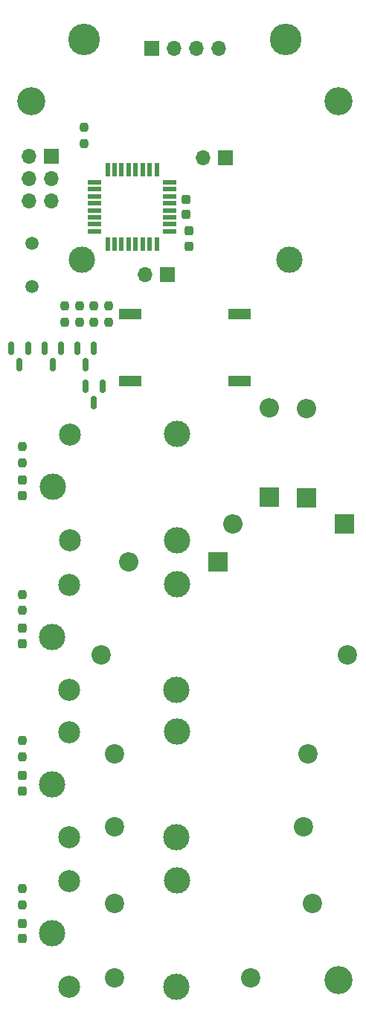
<source format=gbr>
%TF.GenerationSoftware,KiCad,Pcbnew,8.0.8-8.0.8-0~ubuntu24.04.1*%
%TF.CreationDate,2025-03-19T16:12:17+01:00*%
%TF.ProjectId,teaser,74656173-6572-42e6-9b69-6361645f7063,rev?*%
%TF.SameCoordinates,Original*%
%TF.FileFunction,Soldermask,Top*%
%TF.FilePolarity,Negative*%
%FSLAX46Y46*%
G04 Gerber Fmt 4.6, Leading zero omitted, Abs format (unit mm)*
G04 Created by KiCad (PCBNEW 8.0.8-8.0.8-0~ubuntu24.04.1) date 2025-03-19 16:12:17*
%MOMM*%
%LPD*%
G01*
G04 APERTURE LIST*
G04 Aperture macros list*
%AMRoundRect*
0 Rectangle with rounded corners*
0 $1 Rounding radius*
0 $2 $3 $4 $5 $6 $7 $8 $9 X,Y pos of 4 corners*
0 Add a 4 corners polygon primitive as box body*
4,1,4,$2,$3,$4,$5,$6,$7,$8,$9,$2,$3,0*
0 Add four circle primitives for the rounded corners*
1,1,$1+$1,$2,$3*
1,1,$1+$1,$4,$5*
1,1,$1+$1,$6,$7*
1,1,$1+$1,$8,$9*
0 Add four rect primitives between the rounded corners*
20,1,$1+$1,$2,$3,$4,$5,0*
20,1,$1+$1,$4,$5,$6,$7,0*
20,1,$1+$1,$6,$7,$8,$9,0*
20,1,$1+$1,$8,$9,$2,$3,0*%
G04 Aperture macros list end*
%ADD10RoundRect,0.150000X-0.150000X0.587500X-0.150000X-0.587500X0.150000X-0.587500X0.150000X0.587500X0*%
%ADD11R,1.700000X1.700000*%
%ADD12O,1.700000X1.700000*%
%ADD13RoundRect,0.237500X-0.237500X0.300000X-0.237500X-0.300000X0.237500X-0.300000X0.237500X0.300000X0*%
%ADD14RoundRect,0.237500X0.237500X-0.250000X0.237500X0.250000X-0.237500X0.250000X-0.237500X-0.250000X0*%
%ADD15RoundRect,0.237500X-0.237500X0.250000X-0.237500X-0.250000X0.237500X-0.250000X0.237500X0.250000X0*%
%ADD16C,3.600000*%
%ADD17R,1.600000X0.550000*%
%ADD18R,0.550000X1.600000*%
%ADD19C,3.000000*%
%ADD20C,2.500000*%
%ADD21RoundRect,0.237500X0.237500X-0.300000X0.237500X0.300000X-0.237500X0.300000X-0.237500X-0.300000X0*%
%ADD22RoundRect,0.237500X0.237500X-0.287500X0.237500X0.287500X-0.237500X0.287500X-0.237500X-0.287500X0*%
%ADD23C,3.200000*%
%ADD24C,1.500000*%
%ADD25R,2.200000X2.200000*%
%ADD26O,2.200000X2.200000*%
%ADD27R,2.500000X1.200000*%
%ADD28C,2.200000*%
G04 APERTURE END LIST*
D10*
%TO.C,Q3*%
X124650000Y-82600000D03*
X122750000Y-82600000D03*
X123700000Y-84475000D03*
%TD*%
D11*
%TO.C,J4*%
X147140000Y-60900000D03*
D12*
X144600000Y-60900000D03*
%TD*%
D13*
%TO.C,C4*%
X142600000Y-65637500D03*
X142600000Y-67362500D03*
%TD*%
D14*
%TO.C,R10*%
X130480000Y-79625000D03*
X130480000Y-77800000D03*
%TD*%
D15*
%TO.C,R12*%
X131000000Y-57487500D03*
X131000000Y-59312500D03*
%TD*%
D16*
%TO.C,J2*%
X154000000Y-47500000D03*
X131000000Y-47500000D03*
%TD*%
D17*
%TO.C,U3*%
X132250000Y-63700000D03*
X132250000Y-64500000D03*
X132250000Y-65300000D03*
X132250000Y-66100000D03*
X132250000Y-66900000D03*
X132250000Y-67700000D03*
X132250000Y-68500000D03*
X132250000Y-69300000D03*
D18*
X133700000Y-70750000D03*
X134500000Y-70750000D03*
X135300000Y-70750000D03*
X136100000Y-70750000D03*
X136900000Y-70750000D03*
X137700000Y-70750000D03*
X138500000Y-70750000D03*
X139300000Y-70750000D03*
D17*
X140750000Y-69300000D03*
X140750000Y-68500000D03*
X140750000Y-67700000D03*
X140750000Y-66900000D03*
X140750000Y-66100000D03*
X140750000Y-65300000D03*
X140750000Y-64500000D03*
X140750000Y-63700000D03*
D18*
X139300000Y-62250000D03*
X138500000Y-62250000D03*
X137700000Y-62250000D03*
X136900000Y-62250000D03*
X136100000Y-62250000D03*
X135300000Y-62250000D03*
X134500000Y-62250000D03*
X133700000Y-62250000D03*
%TD*%
D19*
%TO.C,K1*%
X127450000Y-98350000D03*
D20*
X129400000Y-104400000D03*
D19*
X141600000Y-104400000D03*
X141650000Y-92350000D03*
D20*
X129400000Y-92400000D03*
%TD*%
D14*
%TO.C,R8*%
X133800000Y-79612500D03*
X133800000Y-77787500D03*
%TD*%
D19*
%TO.C,K2*%
X127400000Y-132200000D03*
D20*
X129350000Y-138250000D03*
D19*
X141550000Y-138250000D03*
X141600000Y-126200000D03*
D20*
X129350000Y-126250000D03*
%TD*%
D15*
%TO.C,R17*%
X124030000Y-93775000D03*
X124030000Y-95600000D03*
%TD*%
D21*
%TO.C,C5*%
X143000000Y-69237500D03*
X143000000Y-70962500D03*
%TD*%
D22*
%TO.C,D14*%
X123980000Y-116187500D03*
X123980000Y-114437500D03*
%TD*%
D10*
%TO.C,Q1*%
X132150000Y-82600000D03*
X130250000Y-82600000D03*
X131200000Y-84475000D03*
%TD*%
D19*
%TO.C,K4*%
X127400000Y-115450000D03*
D20*
X129350000Y-121500000D03*
D19*
X141550000Y-121500000D03*
X141600000Y-109450000D03*
D20*
X129350000Y-109500000D03*
%TD*%
D23*
%TO.C,H2*%
X160000000Y-54500000D03*
%TD*%
D10*
%TO.C,Q4*%
X133100000Y-86900000D03*
X131200000Y-86900000D03*
X132150000Y-88775000D03*
%TD*%
D11*
%TO.C,SW1*%
X140550000Y-74200000D03*
D12*
X138010000Y-74200000D03*
%TD*%
D19*
%TO.C,K3*%
X127400000Y-149150000D03*
D20*
X129350000Y-155200000D03*
D19*
X141550000Y-155200000D03*
X141600000Y-143150000D03*
D20*
X129350000Y-143200000D03*
%TD*%
D22*
%TO.C,D15*%
X124000000Y-99375000D03*
X124000000Y-97625000D03*
%TD*%
D14*
%TO.C,R11*%
X128800000Y-79625000D03*
X128800000Y-77800000D03*
%TD*%
D10*
%TO.C,Q2*%
X128400000Y-82600000D03*
X126500000Y-82600000D03*
X127450000Y-84475000D03*
%TD*%
D22*
%TO.C,D12*%
X124000000Y-132937500D03*
X124000000Y-131187500D03*
%TD*%
D24*
%TO.C,Y1*%
X125100000Y-75580000D03*
X125100000Y-70700000D03*
%TD*%
D19*
%TO.C,J3*%
X130760000Y-72500000D03*
X154360000Y-72500000D03*
D11*
X138760000Y-48500000D03*
D12*
X141300000Y-48500000D03*
X143840000Y-48500000D03*
X146380000Y-48500000D03*
%TD*%
D25*
%TO.C,D4*%
X152100000Y-99500000D03*
D26*
X152100000Y-89340000D03*
%TD*%
D23*
%TO.C,H3*%
X160000000Y-154500000D03*
%TD*%
D15*
%TO.C,R16*%
X124000000Y-110587500D03*
X124000000Y-112412500D03*
%TD*%
D23*
%TO.C,H1*%
X125000000Y-54500000D03*
%TD*%
D15*
%TO.C,R15*%
X124000000Y-144087500D03*
X124000000Y-145912500D03*
%TD*%
D14*
%TO.C,R9*%
X132100000Y-79612500D03*
X132100000Y-77787500D03*
%TD*%
D27*
%TO.C,SW7*%
X136250000Y-86310000D03*
X148750000Y-86310000D03*
X136250000Y-78690000D03*
X148750000Y-78690000D03*
%TD*%
D22*
%TO.C,D13*%
X123990000Y-149762500D03*
X123990000Y-148012500D03*
%TD*%
D15*
%TO.C,R14*%
X124000000Y-127237500D03*
X124000000Y-129062500D03*
%TD*%
D25*
%TO.C,D5*%
X156300000Y-99580000D03*
D26*
X156300000Y-89420000D03*
%TD*%
D11*
%TO.C,J1*%
X127340000Y-60760000D03*
D12*
X124800000Y-60760000D03*
X127340000Y-63300000D03*
X124800000Y-63300000D03*
X127340000Y-65840000D03*
X124800000Y-65840000D03*
%TD*%
D28*
%TO.C,C10*%
X150000000Y-154250000D03*
X134500000Y-154250000D03*
%TD*%
D25*
%TO.C,D2*%
X160700000Y-102600000D03*
D26*
X148000000Y-102600000D03*
%TD*%
D28*
%TO.C,C11*%
X157000000Y-145750000D03*
X134500000Y-145750000D03*
%TD*%
%TO.C,C7*%
X156000000Y-137000000D03*
X134500000Y-137000000D03*
%TD*%
%TO.C,C12*%
X161000000Y-117500000D03*
X133000000Y-117500000D03*
%TD*%
%TO.C,C8*%
X156500000Y-128750000D03*
X134500000Y-128750000D03*
%TD*%
D25*
%TO.C,D7*%
X146300000Y-106900000D03*
D26*
X136140000Y-106900000D03*
%TD*%
M02*

</source>
